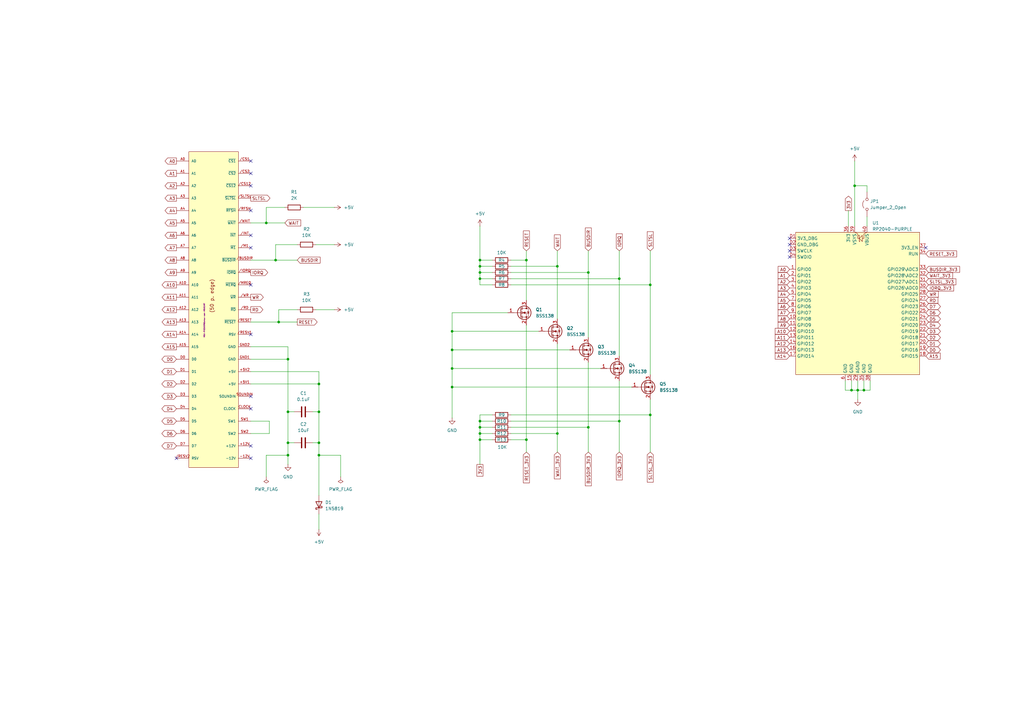
<source format=kicad_sch>
(kicad_sch (version 20231120) (generator "eeschema") (generator_version "8.0")
  (paper "A3")
  (title_block (title "MSX PicoVerse 2040") (date "2024-12-14") (rev "1.1") (company "The Retro Hacker") (comment 1 "Version connecting Pico GPIO pins directly to 5V") (comment 2 "Based on the ALIEXPRESS RP2040-PURPLE board") (comment 3 "The MSX experience driven by the RaspBerry Pico") (comment 4 "MSX PicoVerse 2040"))
  (lib_symbols
    (symbol "Device:C" (pin_numbers hide) (pin_names (offset 0.254))
      (property "Reference" "C" (at 0.635 2.54 0))
      (property "Value" "C" (at 0.635 -2.54 0))
      (symbol "C_0_1"
        (polyline (pts (xy -2.032 -0.762) (xy 2.032 -0.762)) (stroke (width 0.508)))
        (polyline (pts (xy -2.032 0.762) (xy 2.032 0.762)) (stroke (width 0.508)))
      )
      (symbol "C_1_1"
        (pin passive line (at 0 3.81 270) (length 2.794) (name "~") (number "1"))
        (pin passive line (at 0 -3.81 90) (length 2.794) (name "~") (number "2"))
      )
    )
    (symbol "Device:D_Schottky" (pin_numbers hide) (pin_names (offset 1.016) hide)
      (property "Reference" "D" (at 0 2.54 0))
      (property "Value" "D_Schottky" (at 0 -2.54 0))
      (symbol "D_Schottky_0_1"
        (polyline (pts (xy 1.27 0) (xy -1.27 0)))
        (polyline (pts (xy 1.27 1.27) (xy 1.27 -1.27) (xy -1.27 0) (xy 1.27 1.27)) (stroke (width 0.254)))
        (polyline (pts (xy -1.905 0.635) (xy -1.905 1.27) (xy -1.27 1.27) (xy -1.27 -1.27) (xy -0.635 -1.27) (xy -0.635 -0.635)) (stroke (width 0.254)))
      )
      (symbol "D_Schottky_1_1"
        (pin passive line (at -3.81 0 0) (length 2.54) (name "K") (number "1"))
        (pin passive line (at 3.81 0 180) (length 2.54) (name "A") (number "2"))
      )
    )
    (symbol "Device:R" (pin_numbers hide) (pin_names (offset 0))
      (property "Reference" "R" (at 2.032 0 90))
      (property "Value" "R" (at 0 0 90))
      (symbol "R_0_1"
        (rectangle (start -1.016 -2.54) (end 1.016 2.54) (stroke (width 0.254)))
      )
      (symbol "R_1_1"
        (pin passive line (at 0 3.81 270) (length 1.27) (name "~") (number "1"))
        (pin passive line (at 0 -3.81 90) (length 1.27) (name "~") (number "2"))
      )
    )
    (symbol "Jumper:Jumper_2_Open" (pin_numbers hide) (pin_names (offset 0) hide) (exclude_from_sim yes)
      (property "Reference" "JP" (at 0 2.794 0))
      (property "Value" "Jumper_2_Open" (at 0 -2.286 0))
      (symbol "Jumper_2_Open_0_0"
        (circle (center -2.032 0) (radius 0.508))
        (circle (center 2.032 0) (radius 0.508))
      )
      (symbol "Jumper_2_Open_0_1"
        (arc (start 1.524 1.27) (mid 0 1.778) (end -1.524 1.27))
      )
      (symbol "Jumper_2_Open_1_1"
        (pin passive line (at -5.08 0 0) (length 2.54) (name "A") (number "1"))
        (pin passive line (at 5.08 0 180) (length 2.54) (name "B") (number "2"))
      )
    )
    (symbol "RP2040-PURPLE:RP2040-PURPLE"
      (property "Reference" "U" (at 0 0 0))
      (symbol "RP2040-PURPLE_0_1"
        (polyline (pts (xy -1.27 27.94) (xy 0 27.305) (xy 0 25.4) (xy 0.635 25.4)))
        (polyline (pts (xy 0.635 25.4) (xy 1.905 26.67) (xy 1.905 24.13) (xy 0.635 25.4)))
        (polyline (pts (xy 3.81 27.94) (xy 2.54 27.305) (xy 2.54 25.4) (xy 1.905 25.4)))
        (polyline (pts (xy 0.381 26.416) (xy 0.381 26.67) (xy 0.635 26.67) (xy 0.635 24.13) (xy 0.889 24.13) (xy 0.889 24.384)))
      )
      (symbol "RP2040-PURPLE_1_1"
        (rectangle (start -25.4 27.94) (end 25.4 -30.48) (fill (type background)))
        (pin bidirectional line (at -27.94 12.7 0) (length 2.54) (name "GPIO0") (number "1"))
        (pin bidirectional line (at -27.94 -7.62 0) (length 2.54) (name "GPIO8") (number "10"))
        (pin bidirectional line (at -27.94 -10.16 0) (length 2.54) (name "GPIO9") (number "11"))
        (pin bidirectional line (at -27.94 -12.7 0) (length 2.54) (name "GPIO10") (number "12"))
        (pin bidirectional line (at -27.94 -15.24 0) (length 2.54) (name "GPIO11") (number "13"))
        (pin bidirectional line (at -27.94 -17.78 0) (length 2.54) (name "GPIO12") (number "14"))
        (pin power_in line (at -2.54 -33.02 90) (length 2.54) (name "GND") (number "15"))
        (pin bidirectional line (at -27.94 -20.32 0) (length 2.54) (name "GPIO13") (number "16"))
        (pin bidirectional line (at -27.94 -22.86 0) (length 2.54) (name "GPIO14") (number "17"))
        (pin bidirectional line (at 27.94 -22.86 180) (length 2.54) (name "GPIO15") (number "18"))
        (pin bidirectional line (at 27.94 -20.32 180) (length 2.54) (name "GPIO16") (number "19"))
        (pin bidirectional line (at -27.94 10.16 0) (length 2.54) (name "GPIO1") (number "2"))
        (pin bidirectional line (at 27.94 -17.78 180) (length 2.54) (name "GPIO17") (number "20"))
        (pin bidirectional line (at 27.94 -15.24 180) (length 2.54) (name "GPIO18") (number "21"))
        (pin bidirectional line (at 27.94 -12.7 180) (length 2.54) (name "GPIO19") (number "22"))
        (pin bidirectional line (at 27.94 -10.16 180) (length 2.54) (name "GPIO20") (number "23"))
        (pin bidirectional line (at 27.94 -7.62 180) (length 2.54) (name "GPIO21") (number "24"))
        (pin bidirectional line (at 27.94 -5.08 180) (length 2.54) (name "GPIO22") (number "25"))
        (pin bidirectional line (at 27.94 -2.54 180) (length 2.54) (name "GPIO23") (number "26"))
        (pin bidirectional line (at 27.94 0 180) (length 2.54) (name "GPIO24") (number "27"))
        (pin bidirectional line (at 27.94 2.54 180) (length 2.54) (name "GPIO25") (number "28"))
        (pin power_in line (at 0 -33.02 90) (length 2.54) (name "AGND") (number "29"))
        (pin bidirectional line (at -27.94 7.62 0) (length 2.54) (name "GPIO2") (number "3"))
        (pin bidirectional line (at 27.94 5.08 180) (length 2.54) (name "GPIO26\\ADC0") (number "30"))
        (pin bidirectional line (at 27.94 7.62 180) (length 2.54) (name "GPIO27\\ADC1") (number "31"))
        (pin bidirectional line (at 27.94 10.16 180) (length 2.54) (name "GPIO28\\ADC2") (number "32"))
        (pin bidirectional line (at 27.94 12.7 180) (length 2.54) (name "GPIO29\\ADC3") (number "33"))
        (pin input line (at 27.94 19.05 180) (length 2.54) (name "RUN") (number "34"))
        (pin power_in line (at 2.54 -33.02 90) (length 2.54) (name "GND") (number "35"))
        (pin power_out line (at -3.81 30.48 270) (length 2.54) (name "3V3") (number "36"))
        (pin input line (at 27.94 21.59 180) (length 2.54) (name "3V3_EN") (number "37"))
        (pin power_in line (at 5.08 -33.02 90) (length 2.54) (name "GND") (number "38"))
        (pin power_in line (at -1.27 30.48 270) (length 2.54) (name "VSYS") (number "39"))
        (pin bidirectional line (at -27.94 5.08 0) (length 2.54) (name "GPIO3") (number "4"))
        (pin power_out line (at 3.81 30.48 270) (length 2.54) (name "VBUS") (number "40"))
        (pin bidirectional line (at -27.94 2.54 0) (length 2.54) (name "GPIO4") (number "5"))
        (pin power_in line (at -5.08 -33.02 90) (length 2.54) (name "GND") (number "6"))
        (pin bidirectional line (at -27.94 0 0) (length 2.54) (name "GPIO5") (number "7"))
        (pin bidirectional line (at -27.94 -2.54 0) (length 2.54) (name "GPIO6") (number "8"))
        (pin bidirectional line (at -27.94 -5.08 0) (length 2.54) (name "GPIO7") (number "9"))
        (pin power_out line (at -27.94 25.4 0) (length 2.54) (name "3V3_DBG") (number "D1"))
        (pin power_in line (at -27.94 22.86 0) (length 2.54) (name "GND_DBG") (number "D2"))
        (pin input line (at -27.94 20.32 0) (length 2.54) (name "SWCLK") (number "D3"))
        (pin bidirectional line (at -27.94 17.78 0) (length 2.54) (name "SWDIO") (number "D4"))
      )
    )
    (symbol "Transistor_FET:BSS138" (pin_names hide)
      (property "Reference" "Q" (at 5.08 1.905 0))
      (property "Value" "BSS138" (at 5.08 0 0))
      (symbol "BSS138_0_1"
        (polyline (pts (xy 0.254 0) (xy -2.54 0)))
        (polyline (pts (xy 0.254 1.905) (xy 0.254 -1.905)) (stroke (width 0.254)))
        (polyline (pts (xy 0.762 -1.27) (xy 0.762 -2.286)) (stroke (width 0.254)))
        (polyline (pts (xy 0.762 0.508) (xy 0.762 -0.508)) (stroke (width 0.254)))
        (polyline (pts (xy 0.762 2.286) (xy 0.762 1.27)) (stroke (width 0.254)))
        (polyline (pts (xy 2.54 2.54) (xy 2.54 1.778)))
        (polyline (pts (xy 2.54 -2.54) (xy 2.54 0) (xy 0.762 0)))
        (polyline (pts (xy 0.762 -1.778) (xy 3.302 -1.778) (xy 3.302 1.778) (xy 0.762 1.778)))
        (polyline (pts (xy 1.016 0) (xy 2.032 0.381) (xy 2.032 -0.381) (xy 1.016 0)) (fill (type outline)))
        (polyline (pts (xy 2.794 0.508) (xy 2.921 0.381) (xy 3.683 0.381) (xy 3.81 0.254)))
        (polyline (pts (xy 3.302 0.381) (xy 2.921 -0.254) (xy 3.683 -0.254) (xy 3.302 0.381)))
        (circle (center 1.651 0) (radius 2.794) (stroke (width 0.254)))
        (circle (center 2.54 -1.778) (radius 0.254) (fill (type outline)))
        (circle (center 2.54 1.778) (radius 0.254) (fill (type outline)))
      )
      (symbol "BSS138_1_1"
        (pin input line (at -5.08 0 0) (length 2.54) (name "G") (number "1"))
        (pin passive line (at 2.54 -5.08 90) (length 2.54) (name "S") (number "2"))
        (pin passive line (at 2.54 5.08 270) (length 2.54) (name "D") (number "3"))
      )
    )
    (symbol "msx-con:MSX_CON" (pin_names (offset 1.016))
      (symbol "MSX_CON_1_0"
        (rectangle (start -59.69 10.16) (end 69.85 -10.16) (fill (type background)))
        (text "(50 p. edge)" (at 10.7442 0.7112 0) (effects (font (size 1.4224 1.4224))))
      )
      (symbol "MSX_CON_1_1"
        (pin power_out line (at -50.8 -15.24 90) (length 5.08) (name "+12V") (number "+12V"))
        (pin power_in line (at -25.4 -15.24 90) (length 5.08) (name "+5V") (number "+5V1"))
        (pin power_in line (at -20.32 -15.24 90) (length 5.08) (name "+5V") (number "+5V2"))
        (pin power_out line (at -55.88 -15.24 90) (length 5.08) (name "-12V") (number "-12V"))
        (pin input line (at 25.4 -15.24 90) (length 5.08) (name "~{BUSDIR}") (number "/BUSDIR"))
        (pin output line (at 66.04 -15.24 90) (length 5.08) (name "~{CS1}") (number "/CS1"))
        (pin output line (at 55.88 -15.24 90) (length 5.08) (name "~{CS12}") (number "/CS12"))
        (pin output line (at 60.96 -15.24 90) (length 5.08) (name "~{CS2}") (number "/CS2"))
        (pin input line (at 35.56 -15.24 90) (length 5.08) (name "~{INT}") (number "/INT"))
        (pin output line (at 20.32 -15.24 90) (length 5.08) (name "~{IORQ}") (number "/IORQ"))
        (pin output line (at 30.48 -15.24 90) (length 5.08) (name "~{M1}") (number "/M1"))
        (pin output line (at 15.24 -15.24 90) (length 5.08) (name "~{MERQ}") (number "/MREQ"))
        (pin output line (at 5.08 -15.24 90) (length 5.08) (name "~{RD}") (number "/RD"))
        (pin output line (at 0 -15.24 90) (length 5.08) (name "~{RESET}") (number "/RESET"))
        (pin unspecified line (at -5.08 -15.24 90) (length 5.08) (name "RSV") (number "/RESV1"))
        (pin unspecified line (at -55.88 15.24 270) (length 5.08) (name "RSV") (number "/RESV2"))
        (pin output line (at 45.72 -15.24 90) (length 5.08) (name "~{RFSH}") (number "/RFSH"))
        (pin output line (at 50.8 -15.24 90) (length 5.08) (name "~{SLTSL}") (number "/SLTSL"))
        (pin input line (at 40.64 -15.24 90) (length 5.08) (name "~{WAIT}") (number "/WAIT"))
        (pin output line (at 10.16 -15.24 90) (length 5.08) (name "~{WR}") (number "/WR"))
        (pin output line (at 66.04 15.24 270) (length 5.08) (name "A0") (number "A0"))
        (pin output line (at 60.96 15.24 270) (length 5.08) (name "A1") (number "A1"))
        (pin output line (at 15.24 15.24 270) (length 5.08) (name "A10") (number "A10"))
        (pin output line (at 10.16 15.24 270) (length 5.08) (name "A11") (number "A11"))
        (pin output line (at 5.08 15.24 270) (length 5.08) (name "A12") (number "A12"))
        (pin output line (at 0 15.24 270) (length 5.08) (name "A13") (number "A13"))
        (pin output line (at -5.08 15.24 270) (length 5.08) (name "A14") (number "A14"))
        (pin output line (at -10.16 15.24 270) (length 5.08) (name "A15") (number "A15"))
        (pin output line (at 55.88 15.24 270) (length 5.08) (name "A2") (number "A2"))
        (pin output line (at 50.8 15.24 270) (length 5.08) (name "A3") (number "A3"))
        (pin output line (at 45.72 15.24 270) (length 5.08) (name "A4") (number "A4"))
        (pin output line (at 40.64 15.24 270) (length 5.08) (name "A5") (number "A5"))
        (pin output line (at 35.56 15.24 270) (length 5.08) (name "A6") (number "A6"))
        (pin output line (at 30.48 15.24 270) (length 5.08) (name "A7") (number "A7"))
        (pin output line (at 25.4 15.24 270) (length 5.08) (name "A8") (number "A8"))
        (pin output line (at 20.32 15.24 270) (length 5.08) (name "A9") (number "A9"))
        (pin output line (at -35.56 -15.24 90) (length 5.08) (name "CLOCK") (number "CLOCK"))
        (pin bidirectional line (at -15.24 15.24 270) (length 5.08) (name "D0") (number "D0"))
        (pin bidirectional line (at -20.32 15.24 270) (length 5.08) (name "D1") (number "D1"))
        (pin bidirectional line (at -25.4 15.24 270) (length 5.08) (name "D2") (number "D2"))
        (pin bidirectional line (at -30.48 15.24 270) (length 5.08) (name "D3") (number "D3"))
        (pin bidirectional line (at -35.56 15.24 270) (length 5.08) (name "D4") (number "D4"))
        (pin bidirectional line (at -40.64 15.24 270) (length 5.08) (name "D5") (number "D5"))
        (pin bidirectional line (at -45.72 15.24 270) (length 5.08) (name "D6") (number "D6"))
        (pin bidirectional line (at -50.8 15.24 270) (length 5.08) (name "D7") (number "D7"))
        (pin power_in line (at -15.24 -15.24 90) (length 5.08) (name "GND") (number "GND1"))
        (pin power_in line (at -10.16 -15.24 90) (length 5.08) (name "GND") (number "GND2"))
        (pin input line (at -30.48 -15.24 90) (length 5.08) (name "SOUNDIN") (number "SOUNDIN"))
        (pin passive line (at -40.64 -15.24 90) (length 5.08) (name "SW1") (number "SW1"))
        (pin passive line (at -45.72 -15.24 90) (length 5.08) (name "SW2") (number "SW2"))
      )
    )
    (symbol "power:+5V" (power) (pin_numbers hide) (pin_names (offset 0) hide)
      (property "Value" "+5V" (at 0 3.556 0))
      (symbol "+5V_0_1"
        (polyline (pts (xy -0.762 1.27) (xy 0 2.54)))
        (polyline (pts (xy 0 0) (xy 0 2.54)))
        (polyline (pts (xy 0 2.54) (xy 0.762 1.27)))
      )
      (symbol "+5V_1_1"
        (pin power_in line (at 0 0 90) (length 0) (name "~") (number "1"))
      )
    )
    (symbol "power:GND" (power) (pin_numbers hide) (pin_names (offset 0) hide)
      (property "Value" "GND" (at 0 -3.81 0))
      (symbol "GND_0_1"
        (polyline (pts (xy 0 0) (xy 0 -1.27) (xy 1.27 -1.27) (xy 0 -2.54) (xy -1.27 -1.27) (xy 0 -1.27)))
      )
      (symbol "GND_1_1"
        (pin power_in line (at 0 0 270) (length 0) (name "~") (number "1"))
      )
    )
    (symbol "power:PWR_FLAG" (power) (pin_numbers hide) (pin_names (offset 0) hide)
      (property "Value" "PWR_FLAG" (at 0 3.81 0))
      (symbol "PWR_FLAG_0_0"
        (pin power_out line (at 0 0 90) (length 0) (name "~") (number "1"))
      )
      (symbol "PWR_FLAG_0_1"
        (polyline (pts (xy 0 0) (xy 0 1.27) (xy -1.016 1.905) (xy 0 2.54) (xy 1.016 1.905) (xy 0 1.27)))
      )
    )
  )
  (junction (at 118.11 181.61))
  (junction (at 349.25 160.02))
  (junction (at 266.7 170.18))
  (junction (at 266.7 116.84))
  (junction (at 118.11 147.32))
  (junction (at 196.85 106.68))
  (junction (at 215.9 180.34))
  (junction (at 350.52 76.2))
  (junction (at 254 172.72))
  (junction (at 351.79 160.02))
  (junction (at 241.3 111.76))
  (junction (at 118.11 168.91))
  (junction (at 196.85 109.22))
  (junction (at 196.85 177.8))
  (junction (at 130.81 157.48))
  (junction (at 196.85 172.72))
  (junction (at 228.6 177.8))
  (junction (at 196.85 180.34))
  (junction (at 130.81 181.61))
  (junction (at 130.81 186.69))
  (junction (at 196.85 111.76))
  (junction (at 185.42 143.51))
  (junction (at 215.9 106.68))
  (junction (at 354.33 160.02))
  (junction (at 113.03 106.68))
  (junction (at 130.81 168.91))
  (junction (at 118.11 186.69))
  (junction (at 254 114.3))
  (junction (at 109.22 91.44))
  (junction (at 114.3 132.08))
  (junction (at 196.85 175.26))
  (junction (at 196.85 114.3))
  (junction (at 185.42 135.89))
  (junction (at 228.6 109.22))
  (junction (at 185.42 151.13))
  (junction (at 241.3 175.26))
  (junction (at 185.42 158.75))
  (no_connect (at 102.87 137.16))
  (no_connect (at 323.85 100.33))
  (no_connect (at 72.39 187.96))
  (no_connect (at 102.87 167.64))
  (no_connect (at 323.85 97.79))
  (no_connect (at 323.85 105.41))
  (no_connect (at 102.87 66.04))
  (no_connect (at 102.87 96.52))
  (no_connect (at 323.85 102.87))
  (no_connect (at 102.87 71.12))
  (no_connect (at 102.87 116.84))
  (no_connect (at 102.87 162.56))
  (no_connect (at 102.87 101.6))
  (no_connect (at 102.87 187.96))
  (no_connect (at 102.87 86.36))
  (no_connect (at 102.87 76.2))
  (no_connect (at 102.87 182.88))
  (no_connect (at 379.73 101.6))
  (wire (pts (xy 351.79 156.21) (xy 351.79 160.02)))
  (wire (pts (xy 241.3 111.76) (xy 241.3 138.43)))
  (wire (pts (xy 241.3 102.87) (xy 241.3 111.76)))
  (wire (pts (xy 185.42 158.75) (xy 185.42 171.45)))
  (wire (pts (xy 130.81 181.61) (xy 130.81 186.69)))
  (wire (pts (xy 118.11 142.24) (xy 118.11 147.32)))
  (wire (pts (xy 185.42 143.51) (xy 185.42 151.13)))
  (wire (pts (xy 102.87 152.4) (xy 130.81 152.4)))
  (wire (pts (xy 116.84 85.09) (xy 109.22 85.09)))
  (wire (pts (xy 266.7 116.84) (xy 266.7 153.67)))
  (wire (pts (xy 201.93 111.76) (xy 196.85 111.76)))
  (wire (pts (xy 130.81 210.82) (xy 130.81 217.17)))
  (wire (pts (xy 215.9 102.87) (xy 215.9 106.68)))
  (wire (pts (xy 356.87 156.21) (xy 356.87 160.02)))
  (wire (pts (xy 196.85 114.3) (xy 196.85 111.76)))
  (wire (pts (xy 196.85 92.71) (xy 196.85 106.68)))
  (wire (pts (xy 201.93 175.26) (xy 196.85 175.26)))
  (wire (pts (xy 114.3 132.08) (xy 121.92 132.08)))
  (wire (pts (xy 208.28 128.27) (xy 185.42 128.27)))
  (wire (pts (xy 209.55 175.26) (xy 241.3 175.26)))
  (wire (pts (xy 346.71 156.21) (xy 346.71 160.02)))
  (wire (pts (xy 185.42 128.27) (xy 185.42 135.89)))
  (wire (pts (xy 113.03 106.68) (xy 121.92 106.68)))
  (wire (pts (xy 129.54 127) (xy 137.16 127)))
  (wire (pts (xy 121.92 127) (xy 114.3 127)))
  (wire (pts (xy 121.92 100.33) (xy 113.03 100.33)))
  (wire (pts (xy 209.55 116.84) (xy 266.7 116.84)))
  (wire (pts (xy 209.55 109.22) (xy 228.6 109.22)))
  (wire (pts (xy 215.9 133.35) (xy 215.9 180.34)))
  (wire (pts (xy 241.3 148.59) (xy 241.3 175.26)))
  (wire (pts (xy 201.93 172.72) (xy 196.85 172.72)))
  (wire (pts (xy 196.85 116.84) (xy 196.85 114.3)))
  (wire (pts (xy 254 114.3) (xy 254 146.05)))
  (wire (pts (xy 196.85 111.76) (xy 196.85 109.22)))
  (wire (pts (xy 201.93 170.18) (xy 196.85 170.18)))
  (wire (pts (xy 196.85 172.72) (xy 196.85 175.26)))
  (wire (pts (xy 102.87 142.24) (xy 118.11 142.24)))
  (wire (pts (xy 201.93 109.22) (xy 196.85 109.22)))
  (wire (pts (xy 228.6 102.87) (xy 228.6 109.22)))
  (wire (pts (xy 241.3 175.26) (xy 241.3 185.42)))
  (wire (pts (xy 209.55 114.3) (xy 254 114.3)))
  (wire (pts (xy 228.6 177.8) (xy 228.6 185.42)))
  (wire (pts (xy 185.42 158.75) (xy 259.08 158.75)))
  (wire (pts (xy 185.42 135.89) (xy 220.98 135.89)))
  (wire (pts (xy 118.11 147.32) (xy 118.11 168.91)))
  (wire (pts (xy 139.7 186.69) (xy 130.81 186.69)))
  (wire (pts (xy 110.49 177.8) (xy 102.87 177.8)))
  (wire (pts (xy 102.87 147.32) (xy 118.11 147.32)))
  (wire (pts (xy 355.6 76.2) (xy 350.52 76.2)))
  (wire (pts (xy 130.81 168.91) (xy 130.81 181.61)))
  (wire (pts (xy 266.7 163.83) (xy 266.7 170.18)))
  (wire (pts (xy 196.85 106.68) (xy 201.93 106.68)))
  (wire (pts (xy 102.87 172.72) (xy 110.49 172.72)))
  (wire (pts (xy 356.87 160.02) (xy 354.33 160.02)))
  (wire (pts (xy 118.11 168.91) (xy 118.11 181.61)))
  (wire (pts (xy 349.25 160.02) (xy 351.79 160.02)))
  (wire (pts (xy 130.81 186.69) (xy 130.81 203.2)))
  (wire (pts (xy 128.27 181.61) (xy 130.81 181.61)))
  (wire (pts (xy 355.6 88.9) (xy 355.6 92.71)))
  (wire (pts (xy 185.42 151.13) (xy 185.42 158.75)))
  (wire (pts (xy 113.03 100.33) (xy 113.03 106.68)))
  (wire (pts (xy 209.55 111.76) (xy 241.3 111.76)))
  (wire (pts (xy 124.46 85.09) (xy 137.16 85.09)))
  (wire (pts (xy 209.55 180.34) (xy 215.9 180.34)))
  (wire (pts (xy 201.93 180.34) (xy 196.85 180.34)))
  (wire (pts (xy 201.93 114.3) (xy 196.85 114.3)))
  (wire (pts (xy 130.81 157.48) (xy 130.81 168.91)))
  (wire (pts (xy 109.22 85.09) (xy 109.22 91.44)))
  (wire (pts (xy 102.87 91.44) (xy 109.22 91.44)))
  (wire (pts (xy 228.6 140.97) (xy 228.6 177.8)))
  (wire (pts (xy 129.54 100.33) (xy 137.16 100.33)))
  (wire (pts (xy 114.3 127) (xy 114.3 132.08)))
  (wire (pts (xy 102.87 132.08) (xy 114.3 132.08)))
  (wire (pts (xy 109.22 91.44) (xy 116.84 91.44)))
  (wire (pts (xy 350.52 76.2) (xy 350.52 92.71)))
  (wire (pts (xy 355.6 78.74) (xy 355.6 76.2)))
  (wire (pts (xy 109.22 186.69) (xy 118.11 186.69)))
  (wire (pts (xy 196.85 177.8) (xy 201.93 177.8)))
  (wire (pts (xy 118.11 186.69) (xy 118.11 190.5)))
  (wire (pts (xy 349.25 156.21) (xy 349.25 160.02)))
  (wire (pts (xy 215.9 106.68) (xy 215.9 123.19)))
  (wire (pts (xy 201.93 116.84) (xy 196.85 116.84)))
  (wire (pts (xy 266.7 170.18) (xy 266.7 185.42)))
  (wire (pts (xy 130.81 152.4) (xy 130.81 157.48)))
  (wire (pts (xy 196.85 180.34) (xy 196.85 190.5)))
  (wire (pts (xy 254 172.72) (xy 254 185.42)))
  (wire (pts (xy 139.7 195.58) (xy 139.7 186.69)))
  (wire (pts (xy 102.87 157.48) (xy 130.81 157.48)))
  (wire (pts (xy 209.55 177.8) (xy 228.6 177.8)))
  (wire (pts (xy 215.9 180.34) (xy 215.9 185.42)))
  (wire (pts (xy 196.85 177.8) (xy 196.85 180.34)))
  (wire (pts (xy 196.85 170.18) (xy 196.85 172.72)))
  (wire (pts (xy 209.55 172.72) (xy 254 172.72)))
  (wire (pts (xy 185.42 151.13) (xy 246.38 151.13)))
  (wire (pts (xy 347.98 86.36) (xy 347.98 92.71)))
  (wire (pts (xy 185.42 143.51) (xy 233.68 143.51)))
  (wire (pts (xy 118.11 168.91) (xy 120.65 168.91)))
  (wire (pts (xy 351.79 160.02) (xy 351.79 163.83)))
  (wire (pts (xy 209.55 170.18) (xy 266.7 170.18)))
  (wire (pts (xy 350.52 66.04) (xy 350.52 76.2)))
  (wire (pts (xy 109.22 195.58) (xy 109.22 186.69)))
  (wire (pts (xy 354.33 156.21) (xy 354.33 160.02)))
  (wire (pts (xy 254 156.21) (xy 254 172.72)))
  (wire (pts (xy 110.49 172.72) (xy 110.49 177.8)))
  (wire (pts (xy 354.33 160.02) (xy 351.79 160.02)))
  (wire (pts (xy 346.71 160.02) (xy 349.25 160.02)))
  (wire (pts (xy 196.85 106.68) (xy 196.85 109.22)))
  (wire (pts (xy 185.42 135.89) (xy 185.42 143.51)))
  (wire (pts (xy 118.11 181.61) (xy 120.65 181.61)))
  (wire (pts (xy 266.7 102.87) (xy 266.7 116.84)))
  (wire (pts (xy 196.85 175.26) (xy 196.85 177.8)))
  (wire (pts (xy 228.6 109.22) (xy 228.6 130.81)))
  (wire (pts (xy 118.11 181.61) (xy 118.11 186.69)))
  (wire (pts (xy 102.87 106.68) (xy 113.03 106.68)))
  (wire (pts (xy 254 102.87) (xy 254 114.3)))
  (wire (pts (xy 209.55 106.68) (xy 215.9 106.68)))
  (wire (pts (xy 128.27 168.91) (xy 130.81 168.91)))
  (global_label "A1" (shape output) (at 72.39 71.12 180) (property "Intersheetrefs" "${INTERSHEET_REFS}" (effects (hide yes))))
  (global_label "D2" (shape bidirectional) (at 72.39 157.48 180) (property "Intersheetrefs" "${INTERSHEET_REFS}" (effects (hide yes))))
  (global_label "D3" (shape bidirectional) (at 72.39 162.56 180) (property "Intersheetrefs" "${INTERSHEET_REFS}" (effects (hide yes))))
  (global_label "A8" (shape input) (at 323.85 130.81 180) (property "Intersheetrefs" "${INTERSHEET_REFS}" (effects (hide yes))))
  (global_label "WAIT" (shape input) (at 116.84 91.44 0) (property "Intersheetrefs" "${INTERSHEET_REFS}" (effects (hide yes))))
  (global_label "A4" (shape input) (at 323.85 120.65 180) (property "Intersheetrefs" "${INTERSHEET_REFS}" (effects (hide yes))))
  (global_label "D2" (shape bidirectional) (at 379.73 138.43 0) (property "Intersheetrefs" "${INTERSHEET_REFS}" (effects (hide yes))))
  (global_label "IORQ_3V3" (shape input) (at 254 185.42 270) (property "Intersheetrefs" "${INTERSHEET_REFS}" (effects (hide yes))))
  (global_label "A15" (shape output) (at 72.39 142.24 180) (property "Intersheetrefs" "${INTERSHEET_REFS}" (effects (hide yes))))
  (global_label "SLTSL" (shape input) (at 266.7 102.87 90) (property "Intersheetrefs" "${INTERSHEET_REFS}" (effects (hide yes))))
  (global_label "A3" (shape input) (at 323.85 118.11 180) (property "Intersheetrefs" "${INTERSHEET_REFS}" (effects (hide yes))))
  (global_label "SLTSL_3V3" (shape input) (at 266.7 185.42 270) (property "Intersheetrefs" "${INTERSHEET_REFS}" (effects (hide yes))))
  (global_label "D1" (shape bidirectional) (at 379.73 140.97 0) (property "Intersheetrefs" "${INTERSHEET_REFS}" (effects (hide yes))))
  (global_label "A5" (shape input) (at 323.85 123.19 180) (property "Intersheetrefs" "${INTERSHEET_REFS}" (effects (hide yes))))
  (global_label "A6" (shape output) (at 72.39 96.52 180) (property "Intersheetrefs" "${INTERSHEET_REFS}" (effects (hide yes))))
  (global_label "RD" (shape input) (at 379.73 123.19 0) (property "Intersheetrefs" "${INTERSHEET_REFS}" (effects (hide yes))))
  (global_label "D6" (shape bidirectional) (at 379.73 128.27 0) (property "Intersheetrefs" "${INTERSHEET_REFS}" (effects (hide yes))))
  (global_label "RESET_3V3" (shape input) (at 215.9 185.42 270) (property "Intersheetrefs" "${INTERSHEET_REFS}" (effects (hide yes))))
  (global_label "A7" (shape output) (at 72.39 101.6 180) (property "Intersheetrefs" "${INTERSHEET_REFS}" (effects (hide yes))))
  (global_label "A12" (shape input) (at 323.85 140.97 180) (property "Intersheetrefs" "${INTERSHEET_REFS}" (effects (hide yes))))
  (global_label "A13" (shape output) (at 72.39 132.08 180) (property "Intersheetrefs" "${INTERSHEET_REFS}" (effects (hide yes))))
  (global_label "RESET" (shape input) (at 215.9 102.87 90) (property "Intersheetrefs" "${INTERSHEET_REFS}" (effects (hide yes))))
  (global_label "A0" (shape input) (at 323.85 110.49 180) (property "Intersheetrefs" "${INTERSHEET_REFS}" (effects (hide yes))))
  (global_label "A1" (shape input) (at 323.85 113.03 180) (property "Intersheetrefs" "${INTERSHEET_REFS}" (effects (hide yes))))
  (global_label "RESET" (shape output) (at 121.92 132.08 0) (property "Intersheetrefs" "${INTERSHEET_REFS}" (effects (hide yes))))
  (global_label "A5" (shape output) (at 72.39 91.44 180) (property "Intersheetrefs" "${INTERSHEET_REFS}" (effects (hide yes))))
  (global_label "3V3" (shape passive) (at 196.85 190.5 270) (property "Intersheetrefs" "${INTERSHEET_REFS}" (effects (hide yes))))
  (global_label "WR" (shape output) (at 102.87 121.92 0) (property "Intersheetrefs" "${INTERSHEET_REFS}" (effects (hide yes))))
  (global_label "SLTSL" (shape output) (at 102.87 81.28 0) (property "Intersheetrefs" "${INTERSHEET_REFS}" (effects (hide yes))))
  (global_label "A3" (shape output) (at 72.39 81.28 180) (property "Intersheetrefs" "${INTERSHEET_REFS}" (effects (hide yes))))
  (global_label "BUSDIR" (shape input) (at 121.92 106.68 0) (property "Intersheetrefs" "${INTERSHEET_REFS}" (effects (hide yes))))
  (global_label "WAIT_3V3" (shape input) (at 228.6 185.42 270) (property "Intersheetrefs" "${INTERSHEET_REFS}" (effects (hide yes))))
  (global_label "D0" (shape bidirectional) (at 72.39 147.32 180) (property "Intersheetrefs" "${INTERSHEET_REFS}" (effects (hide yes))))
  (global_label "A2" (shape input) (at 323.85 115.57 180) (property "Intersheetrefs" "${INTERSHEET_REFS}" (effects (hide yes))))
  (global_label "IORQ" (shape output) (at 102.87 111.76 0) (property "Intersheetrefs" "${INTERSHEET_REFS}" (effects (hide yes))))
  (global_label "A11" (shape input) (at 323.85 138.43 180) (property "Intersheetrefs" "${INTERSHEET_REFS}" (effects (hide yes))))
  (global_label "A14" (shape input) (at 323.85 146.05 180) (property "Intersheetrefs" "${INTERSHEET_REFS}" (effects (hide yes))))
  (global_label "BUSDIR_3V3" (shape input) (at 379.73 110.49 0) (property "Intersheetrefs" "${INTERSHEET_REFS}" (effects (hide yes))))
  (global_label "WAIT_3V3" (shape input) (at 379.73 113.03 0) (property "Intersheetrefs" "${INTERSHEET_REFS}" (effects (hide yes))))
  (global_label "A0" (shape output) (at 72.39 66.04 180) (property "Intersheetrefs" "${INTERSHEET_REFS}" (effects (hide yes))))
  (global_label "A8" (shape output) (at 72.39 106.68 180) (property "Intersheetrefs" "${INTERSHEET_REFS}" (effects (hide yes))))
  (global_label "D3" (shape bidirectional) (at 379.73 135.89 0) (property "Intersheetrefs" "${INTERSHEET_REFS}" (effects (hide yes))))
  (global_label "D4" (shape bidirectional) (at 379.73 133.35 0) (property "Intersheetrefs" "${INTERSHEET_REFS}" (effects (hide yes))))
  (global_label "WR" (shape input) (at 379.73 120.65 0) (property "Intersheetrefs" "${INTERSHEET_REFS}" (effects (hide yes))))
  (global_label "A6" (shape input) (at 323.85 125.73 180) (property "Intersheetrefs" "${INTERSHEET_REFS}" (effects (hide yes))))
  (global_label "RD" (shape output) (at 102.87 127 0) (property "Intersheetrefs" "${INTERSHEET_REFS}" (effects (hide yes))))
  (global_label "D4" (shape bidirectional) (at 72.39 167.64 180) (property "Intersheetrefs" "${INTERSHEET_REFS}" (effects (hide yes))))
  (global_label "RESET_3V3" (shape input) (at 379.73 104.14 0) (property "Intersheetrefs" "${INTERSHEET_REFS}" (effects (hide yes))))
  (global_label "3V3" (shape output) (at 347.98 86.36 90) (property "Intersheetrefs" "${INTERSHEET_REFS}" (effects (hide yes))))
  (global_label "A11" (shape output) (at 72.39 121.92 180) (property "Intersheetrefs" "${INTERSHEET_REFS}" (effects (hide yes))))
  (global_label "A4" (shape output) (at 72.39 86.36 180) (property "Intersheetrefs" "${INTERSHEET_REFS}" (effects (hide yes))))
  (global_label "A10" (shape input) (at 323.85 135.89 180) (property "Intersheetrefs" "${INTERSHEET_REFS}" (effects (hide yes))))
  (global_label "A12" (shape output) (at 72.39 127 180) (property "Intersheetrefs" "${INTERSHEET_REFS}" (effects (hide yes))))
  (global_label "A15" (shape input) (at 379.73 146.05 0) (property "Intersheetrefs" "${INTERSHEET_REFS}" (effects (hide yes))))
  (global_label "D1" (shape bidirectional) (at 72.39 152.4 180) (property "Intersheetrefs" "${INTERSHEET_REFS}" (effects (hide yes))))
  (global_label "A7" (shape input) (at 323.85 128.27 180) (property "Intersheetrefs" "${INTERSHEET_REFS}" (effects (hide yes))))
  (global_label "D5" (shape bidirectional) (at 379.73 130.81 0) (property "Intersheetrefs" "${INTERSHEET_REFS}" (effects (hide yes))))
  (global_label "D0" (shape bidirectional) (at 379.73 143.51 0) (property "Intersheetrefs" "${INTERSHEET_REFS}" (effects (hide yes))))
  (global_label "WAIT" (shape input) (at 228.6 102.87 90) (property "Intersheetrefs" "${INTERSHEET_REFS}" (effects (hide yes))))
  (global_label "A2" (shape output) (at 72.39 76.2 180) (property "Intersheetrefs" "${INTERSHEET_REFS}" (effects (hide yes))))
  (global_label "SLTSL_3V3" (shape input) (at 379.73 115.57 0) (property "Intersheetrefs" "${INTERSHEET_REFS}" (effects (hide yes))))
  (global_label "A10" (shape output) (at 72.39 116.84 180) (property "Intersheetrefs" "${INTERSHEET_REFS}" (effects (hide yes))))
  (global_label "D7" (shape bidirectional) (at 379.73 125.73 0) (property "Intersheetrefs" "${INTERSHEET_REFS}" (effects (hide yes))))
  (global_label "IORQ" (shape input) (at 254 102.87 90) (property "Intersheetrefs" "${INTERSHEET_REFS}" (effects (hide yes))))
  (global_label "A14" (shape output) (at 72.39 137.16 180) (property "Intersheetrefs" "${INTERSHEET_REFS}" (effects (hide yes))))
  (global_label "A9" (shape output) (at 72.39 111.76 180) (property "Intersheetrefs" "${INTERSHEET_REFS}" (effects (hide yes))))
  (global_label "A13" (shape input) (at 323.85 143.51 180) (property "Intersheetrefs" "${INTERSHEET_REFS}" (effects (hide yes))))
  (global_label "D6" (shape bidirectional) (at 72.39 177.8 180) (property "Intersheetrefs" "${INTERSHEET_REFS}" (effects (hide yes))))
  (global_label "BUSDIR_3V3" (shape input) (at 241.3 185.42 270) (property "Intersheetrefs" "${INTERSHEET_REFS}" (effects (hide yes))))
  (global_label "D7" (shape bidirectional) (at 72.39 182.88 180) (property "Intersheetrefs" "${INTERSHEET_REFS}" (effects (hide yes))))
  (global_label "A9" (shape input) (at 323.85 133.35 180) (property "Intersheetrefs" "${INTERSHEET_REFS}" (effects (hide yes))))
  (global_label "D5" (shape bidirectional) (at 72.39 172.72 180) (property "Intersheetrefs" "${INTERSHEET_REFS}" (effects (hide yes))))
  (global_label "IORQ_3V3" (shape input) (at 379.73 118.11 0) (property "Intersheetrefs" "${INTERSHEET_REFS}" (effects (hide yes))))
  (global_label "BUSDIR" (shape input) (at 241.3 102.87 90) (property "Intersheetrefs" "${INTERSHEET_REFS}" (effects (hide yes))))
  (symbol (lib_id "power:PWR_FLAG") (at 109.22 195.58 180) (unit 1)
    (property "Reference" "#FLG01" (effects (hide yes)))
    (property "Value" "PWR_FLAG" (at 109.22 200.66 0))
    (property "Description" "Special symbol for telling ERC where power comes from" (effects (hide yes)))
  )
  (symbol (lib_id "Device:D_Schottky") (at 130.81 207.01 90) (unit 1)
    (property "Reference" "D1" (at 133.35 206.0574 90) (effects (justify right)))
    (property "Value" "1N5819" (at 133.35 208.5974 90) (effects (justify right)))
    (property "Footprint" "Diode_SMD:D_SOD-123" (effects (hide yes)))
    (property "Description" "Schottky diode" (effects (hide yes)))
  )
  (symbol (lib_id "Transistor_FET:BSS138") (at 213.36 128.27 0) (unit 1)
    (property "Reference" "Q1" (at 219.71 126.9999 0) (effects (justify left)))
    (property "Value" "BSS138" (at 219.71 129.5399 0) (effects (justify left)))
    (property "Footprint" "Package_TO_SOT_SMD:SOT-23" (effects (hide yes)))
    (property "Datasheet" "https://www.onsemi.com/pub/Collateral/BSS138-D.PDF" (effects (hide yes)))
    (property "Description" "50V Vds, 0.22A Id, N-Channel MOSFET, SOT-23" (effects (hide yes)))
  )
  (symbol (lib_id "power:+5V") (at 137.16 100.33 270) (unit 1)
    (property "Reference" "#PWR04" (effects (hide yes)))
    (property "Value" "+5V" (at 140.97 100.3299 90) (effects (justify left)))
    (property "Description" "Power symbol creates a global label with name \"+5V\"" (effects (hide yes)))
  )
  (symbol (lib_id "power:PWR_FLAG") (at 139.7 195.58 180) (unit 1)
    (property "Reference" "#FLG02" (effects (hide yes)))
    (property "Value" "PWR_FLAG" (at 139.7 200.66 0))
    (property "Description" "Special symbol for telling ERC where power comes from" (effects (hide yes)))
  )
  (symbol (lib_id "power:GND") (at 351.79 163.83 0) (unit 1)
    (property "Reference" "#PWR09" (effects (hide yes)))
    (property "Value" "GND" (at 351.79 168.91 0))
    (property "Description" "Power symbol creates a global label with name \"GND\" , ground" (effects (hide yes)))
  )
  (symbol (lib_id "msx-con:MSX_CON") (at 87.63 132.08 90) (unit 1)
    (property "Reference" "EDG1" (effects (hide yes)))
    (property "Value" "MSX_CON" (effects (hide yes)))
    (property "Footprint" "MSX-PICOVERSE:msx-con-MSXCART" (at 83.82 131.318 0) (effects (font (size 0.508 0.508))))
  )
  (symbol (lib_id "power:GND") (at 185.42 171.45 0) (unit 1)
    (property "Reference" "#PWR06" (effects (hide yes)))
    (property "Value" "GND" (at 185.42 176.53 0))
    (property "Description" "Power symbol creates a global label with name \"GND\" , ground" (effects (hide yes)))
  )
  (symbol (lib_id "Device:R") (at 205.74 114.3 90) (unit 1)
    (property "Reference" "R7" (at 205.74 114.3 90))
    (property "Value" "10K" (effects (hide yes)))
    (property "Footprint" "Resistor_SMD:R_0603_1608Metric_Pad0.98x0.95mm_HandSolder" (effects (hide yes)))
    (property "Description" "Resistor" (effects (hide yes)))
  )
  (symbol (lib_id "Transistor_FET:BSS138") (at 238.76 143.51 0) (unit 1)
    (property "Reference" "Q3" (at 245.11 142.2399 0) (effects (justify left)))
    (property "Value" "BSS138" (at 245.11 144.7799 0) (effects (justify left)))
    (property "Footprint" "Package_TO_SOT_SMD:SOT-23" (effects (hide yes)))
    (property "Datasheet" "https://www.onsemi.com/pub/Collateral/BSS138-D.PDF" (effects (hide yes)))
    (property "Description" "50V Vds, 0.22A Id, N-Channel MOSFET, SOT-23" (effects (hide yes)))
  )
  (symbol (lib_id "Device:R") (at 205.74 177.8 90) (unit 1)
    (property "Reference" "R12" (at 205.74 177.8 90))
    (property "Value" "10K" (effects (hide yes)))
    (property "Footprint" "Resistor_SMD:R_0603_1608Metric_Pad0.98x0.95mm_HandSolder" (effects (hide yes)))
    (property "Description" "Resistor" (effects (hide yes)))
  )
  (symbol (lib_id "power:+5V") (at 196.85 92.71 0) (unit 1)
    (property "Reference" "#PWR07" (effects (hide yes)))
    (property "Value" "+5V" (at 196.85 87.63 0))
    (property "Description" "Power symbol creates a global label with name \"+5V\"" (effects (hide yes)))
  )
  (symbol (lib_id "power:+5V") (at 130.81 217.17 180) (unit 1)
    (property "Reference" "#PWR02" (effects (hide yes)))
    (property "Value" "+5V" (at 130.81 222.25 0))
    (property "Description" "Power symbol creates a global label with name \"+5V\"" (effects (hide yes)))
  )
  (symbol (lib_id "Device:R") (at 205.74 172.72 90) (unit 1)
    (property "Reference" "R10" (at 205.74 172.72 90))
    (property "Value" "10K" (effects (hide yes)))
    (property "Footprint" "Resistor_SMD:R_0603_1608Metric_Pad0.98x0.95mm_HandSolder" (effects (hide yes)))
    (property "Description" "Resistor" (effects (hide yes)))
  )
  (symbol (lib_id "Device:R") (at 205.74 111.76 90) (unit 1)
    (property "Reference" "R6" (at 205.74 111.76 90))
    (property "Value" "10K" (effects (hide yes)))
    (property "Footprint" "Resistor_SMD:R_0603_1608Metric_Pad0.98x0.95mm_HandSolder" (effects (hide yes)))
    (property "Description" "Resistor" (effects (hide yes)))
  )
  (symbol (lib_id "RP2040-PURPLE:RP2040-PURPLE") (at 351.79 123.19 0) (unit 1)
    (property "Reference" "U1" (at 357.7941 91.44 0) (effects (justify left)))
    (property "Value" "RP2040-PURPLE" (at 357.7941 93.98 0) (effects (justify left)))
    (property "Footprint" "MSX-PICOVERSE:RP2040-PURPLE" (effects (hide yes)))
  )
  (symbol (lib_id "power:+5V") (at 137.16 127 270) (unit 1)
    (property "Reference" "#PWR05" (effects (hide yes)))
    (property "Value" "+5V" (at 140.97 126.9999 90) (effects (justify left)))
    (property "Description" "Power symbol creates a global label with name \"+5V\"" (effects (hide yes)))
  )
  (symbol (lib_id "power:GND") (at 118.11 190.5 0) (unit 1)
    (property "Reference" "#PWR01" (effects (hide yes)))
    (property "Value" "GND" (at 118.11 195.58 0))
    (property "Description" "Power symbol creates a global label with name \"GND\" , ground" (effects (hide yes)))
  )
  (symbol (lib_id "Device:R") (at 120.65 85.09 90) (unit 1)
    (property "Reference" "R1" (at 120.65 78.74 90))
    (property "Value" "2K" (at 120.65 81.28 90))
    (property "Footprint" "Resistor_SMD:R_0603_1608Metric_Pad0.98x0.95mm_HandSolder" (effects (hide yes)))
    (property "Description" "Resistor" (effects (hide yes)))
  )
  (symbol (lib_id "Device:C") (at 124.46 181.61 90) (unit 1)
    (property "Reference" "C2" (at 124.46 173.99 90))
    (property "Value" "10uF" (at 124.46 176.53 90))
    (property "Footprint" "Capacitor_SMD:C_0603_1608Metric_Pad1.08x0.95mm_HandSolder" (effects (hide yes)))
    (property "Description" "Unpolarized capacitor" (effects (hide yes)))
  )
  (symbol (lib_id "Transistor_FET:BSS138") (at 251.46 151.13 0) (unit 1)
    (property "Reference" "Q4" (at 257.81 149.8599 0) (effects (justify left)))
    (property "Value" "BSS138" (at 257.81 152.3999 0) (effects (justify left)))
    (property "Footprint" "Package_TO_SOT_SMD:SOT-23" (effects (hide yes)))
    (property "Datasheet" "https://www.onsemi.com/pub/Collateral/BSS138-D.PDF" (effects (hide yes)))
    (property "Description" "50V Vds, 0.22A Id, N-Channel MOSFET, SOT-23" (effects (hide yes)))
  )
  (symbol (lib_id "power:+5V") (at 350.52 66.04 0) (unit 1)
    (property "Reference" "#PWR08" (effects (hide yes)))
    (property "Value" "+5V" (at 350.52 60.96 0))
    (property "Description" "Power symbol creates a global label with name \"+5V\"" (effects (hide yes)))
  )
  (symbol (lib_id "Device:R") (at 205.74 106.68 90) (unit 1)
    (property "Reference" "R4" (at 205.74 106.68 90))
    (property "Value" "10K" (at 205.74 103.632 90))
    (property "Footprint" "Resistor_SMD:R_0603_1608Metric_Pad0.98x0.95mm_HandSolder" (effects (hide yes)))
    (property "Description" "Resistor" (effects (hide yes)))
  )
  (symbol (lib_id "Device:R") (at 205.74 116.84 90) (unit 1)
    (property "Reference" "R8" (at 205.74 116.84 90))
    (property "Value" "10K" (effects (hide yes)))
    (property "Footprint" "Resistor_SMD:R_0603_1608Metric_Pad0.98x0.95mm_HandSolder" (effects (hide yes)))
    (property "Description" "Resistor" (effects (hide yes)))
  )
  (symbol (lib_id "Device:R") (at 205.74 180.34 90) (unit 1)
    (property "Reference" "R13" (at 205.74 180.34 90))
    (property "Value" "10K" (at 205.994 183.388 90))
    (property "Footprint" "Resistor_SMD:R_0603_1608Metric_Pad0.98x0.95mm_HandSolder" (effects (hide yes)))
    (property "Description" "Resistor" (effects (hide yes)))
  )
  (symbol (lib_id "Device:R") (at 205.74 170.18 90) (unit 1)
    (property "Reference" "R9" (at 205.74 170.18 90))
    (property "Value" "10K" (effects (hide yes)))
    (property "Footprint" "Resistor_SMD:R_0603_1608Metric_Pad0.98x0.95mm_HandSolder" (effects (hide yes)))
    (property "Description" "Resistor" (effects (hide yes)))
  )
  (symbol (lib_id "Transistor_FET:BSS138") (at 226.06 135.89 0) (unit 1)
    (property "Reference" "Q2" (at 232.41 134.6199 0) (effects (justify left)))
    (property "Value" "BSS138" (at 232.41 137.1599 0) (effects (justify left)))
    (property "Footprint" "Package_TO_SOT_SMD:SOT-23" (effects (hide yes)))
    (property "Datasheet" "https://www.onsemi.com/pub/Collateral/BSS138-D.PDF" (effects (hide yes)))
    (property "Description" "50V Vds, 0.22A Id, N-Channel MOSFET, SOT-23" (effects (hide yes)))
  )
  (symbol (lib_id "Device:R") (at 125.73 127 90) (unit 1)
    (property "Reference" "R3" (at 125.73 120.65 90))
    (property "Value" "10K" (at 125.73 123.19 90))
    (property "Footprint" "Resistor_SMD:R_0603_1608Metric_Pad0.98x0.95mm_HandSolder" (effects (hide yes)))
    (property "Description" "Resistor" (effects (hide yes)))
  )
  (symbol (lib_id "Device:R") (at 125.73 100.33 90) (unit 1)
    (property "Reference" "R2" (at 125.73 93.98 90))
    (property "Value" "10K" (at 125.73 96.52 90))
    (property "Footprint" "Resistor_SMD:R_0603_1608Metric_Pad0.98x0.95mm_HandSolder" (effects (hide yes)))
    (property "Description" "Resistor" (effects (hide yes)))
  )
  (symbol (lib_id "power:+5V") (at 137.16 85.09 270) (unit 1)
    (property "Reference" "#PWR03" (effects (hide yes)))
    (property "Value" "+5V" (at 140.97 85.0899 90) (effects (justify left)))
    (property "Description" "Power symbol creates a global label with name \"+5V\"" (effects (hide yes)))
  )
  (symbol (lib_id "Transistor_FET:BSS138") (at 264.16 158.75 0) (unit 1)
    (property "Reference" "Q5" (at 270.51 157.4799 0) (effects (justify left)))
    (property "Value" "BSS138" (at 270.51 160.0199 0) (effects (justify left)))
    (property "Footprint" "Package_TO_SOT_SMD:SOT-23" (effects (hide yes)))
    (property "Datasheet" "https://www.onsemi.com/pub/Collateral/BSS138-D.PDF" (effects (hide yes)))
    (property "Description" "50V Vds, 0.22A Id, N-Channel MOSFET, SOT-23" (effects (hide yes)))
  )
  (symbol (lib_id "Device:R") (at 205.74 109.22 90) (unit 1)
    (property "Reference" "R5" (at 205.74 109.22 90))
    (property "Value" "10K" (effects (hide yes)))
    (property "Footprint" "Resistor_SMD:R_0603_1608Metric_Pad0.98x0.95mm_HandSolder" (effects (hide yes)))
    (property "Description" "Resistor" (effects (hide yes)))
  )
  (symbol (lib_id "Device:C") (at 124.46 168.91 90) (unit 1)
    (property "Reference" "C1" (at 124.46 161.29 90))
    (property "Value" "0.1uF" (at 124.46 163.83 90))
    (property "Footprint" "Capacitor_SMD:C_0603_1608Metric_Pad1.08x0.95mm_HandSolder" (effects (hide yes)))
    (property "Description" "Unpolarized capacitor" (effects (hide yes)))
  )
  (symbol (lib_id "Jumper:Jumper_2_Open") (at 355.6 83.82 90) (unit 1) (exclude_from_sim yes)
    (property "Reference" "JP1" (at 356.87 82.5499 90) (effects (justify right)))
    (property "Value" "Jumper_2_Open" (at 356.87 85.0899 90) (effects (justify right)))
    (property "Footprint" "Jumper:SolderJumper-2_P1.3mm_Open_RoundedPad1.0x1.5mm" (effects (hide yes)))
    (property "Description" "Jumper, 2-pole, open" (effects (hide yes)))
  )
  (symbol (lib_id "Device:R") (at 205.74 175.26 90) (unit 1)
    (property "Reference" "R11" (at 205.74 175.26 90))
    (property "Value" "10K" (effects (hide yes)))
    (property "Footprint" "Resistor_SMD:R_0603_1608Metric_Pad0.98x0.95mm_HandSolder" (effects (hide yes)))
    (property "Description" "Resistor" (effects (hide yes)))
  )
)
</source>
